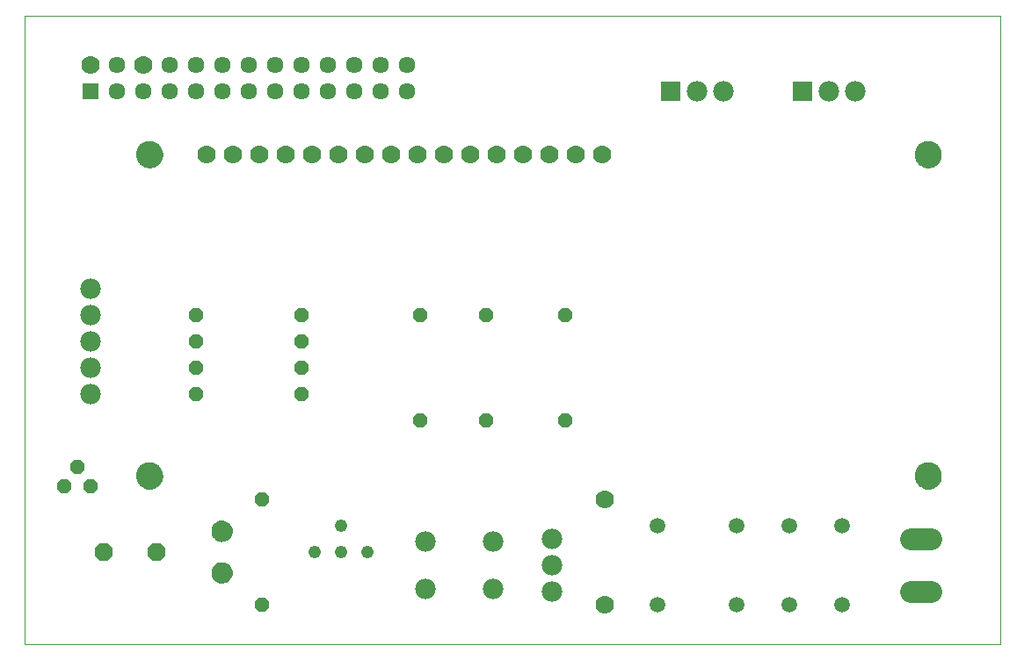
<source format=gbs>
G75*
G70*
%OFA0B0*%
%FSLAX24Y24*%
%IPPOS*%
%LPD*%
%AMOC8*
5,1,8,0,0,1.08239X$1,22.5*
%
%ADD10C,0.0000*%
%ADD11C,0.1024*%
%ADD12C,0.0700*%
%ADD13OC8,0.0560*%
%ADD14C,0.0820*%
%ADD15R,0.0634X0.0634*%
%ADD16C,0.0634*%
%ADD17C,0.0050*%
%ADD18C,0.0780*%
%ADD19C,0.0594*%
%ADD20C,0.0480*%
%ADD21OC8,0.0670*%
%ADD22R,0.0780X0.0780*%
D10*
X004465Y000625D02*
X004465Y024495D01*
X041457Y024495D01*
X041457Y000625D01*
X004465Y000625D01*
X008709Y007023D02*
X008711Y007067D01*
X008717Y007111D01*
X008727Y007154D01*
X008740Y007196D01*
X008758Y007236D01*
X008779Y007275D01*
X008803Y007312D01*
X008830Y007347D01*
X008861Y007379D01*
X008894Y007408D01*
X008930Y007434D01*
X008968Y007456D01*
X009008Y007475D01*
X009049Y007491D01*
X009092Y007503D01*
X009135Y007511D01*
X009179Y007515D01*
X009223Y007515D01*
X009267Y007511D01*
X009310Y007503D01*
X009353Y007491D01*
X009394Y007475D01*
X009434Y007456D01*
X009472Y007434D01*
X009508Y007408D01*
X009541Y007379D01*
X009572Y007347D01*
X009599Y007312D01*
X009623Y007275D01*
X009644Y007236D01*
X009662Y007196D01*
X009675Y007154D01*
X009685Y007111D01*
X009691Y007067D01*
X009693Y007023D01*
X009691Y006979D01*
X009685Y006935D01*
X009675Y006892D01*
X009662Y006850D01*
X009644Y006810D01*
X009623Y006771D01*
X009599Y006734D01*
X009572Y006699D01*
X009541Y006667D01*
X009508Y006638D01*
X009472Y006612D01*
X009434Y006590D01*
X009394Y006571D01*
X009353Y006555D01*
X009310Y006543D01*
X009267Y006535D01*
X009223Y006531D01*
X009179Y006531D01*
X009135Y006535D01*
X009092Y006543D01*
X009049Y006555D01*
X009008Y006571D01*
X008968Y006590D01*
X008930Y006612D01*
X008894Y006638D01*
X008861Y006667D01*
X008830Y006699D01*
X008803Y006734D01*
X008779Y006771D01*
X008758Y006810D01*
X008740Y006850D01*
X008727Y006892D01*
X008717Y006935D01*
X008711Y006979D01*
X008709Y007023D01*
X008709Y019227D02*
X008711Y019271D01*
X008717Y019315D01*
X008727Y019358D01*
X008740Y019400D01*
X008758Y019440D01*
X008779Y019479D01*
X008803Y019516D01*
X008830Y019551D01*
X008861Y019583D01*
X008894Y019612D01*
X008930Y019638D01*
X008968Y019660D01*
X009008Y019679D01*
X009049Y019695D01*
X009092Y019707D01*
X009135Y019715D01*
X009179Y019719D01*
X009223Y019719D01*
X009267Y019715D01*
X009310Y019707D01*
X009353Y019695D01*
X009394Y019679D01*
X009434Y019660D01*
X009472Y019638D01*
X009508Y019612D01*
X009541Y019583D01*
X009572Y019551D01*
X009599Y019516D01*
X009623Y019479D01*
X009644Y019440D01*
X009662Y019400D01*
X009675Y019358D01*
X009685Y019315D01*
X009691Y019271D01*
X009693Y019227D01*
X009691Y019183D01*
X009685Y019139D01*
X009675Y019096D01*
X009662Y019054D01*
X009644Y019014D01*
X009623Y018975D01*
X009599Y018938D01*
X009572Y018903D01*
X009541Y018871D01*
X009508Y018842D01*
X009472Y018816D01*
X009434Y018794D01*
X009394Y018775D01*
X009353Y018759D01*
X009310Y018747D01*
X009267Y018739D01*
X009223Y018735D01*
X009179Y018735D01*
X009135Y018739D01*
X009092Y018747D01*
X009049Y018759D01*
X009008Y018775D01*
X008968Y018794D01*
X008930Y018816D01*
X008894Y018842D01*
X008861Y018871D01*
X008830Y018903D01*
X008803Y018938D01*
X008779Y018975D01*
X008758Y019014D01*
X008740Y019054D01*
X008727Y019096D01*
X008717Y019139D01*
X008711Y019183D01*
X008709Y019227D01*
X038237Y019227D02*
X038239Y019271D01*
X038245Y019315D01*
X038255Y019358D01*
X038268Y019400D01*
X038286Y019440D01*
X038307Y019479D01*
X038331Y019516D01*
X038358Y019551D01*
X038389Y019583D01*
X038422Y019612D01*
X038458Y019638D01*
X038496Y019660D01*
X038536Y019679D01*
X038577Y019695D01*
X038620Y019707D01*
X038663Y019715D01*
X038707Y019719D01*
X038751Y019719D01*
X038795Y019715D01*
X038838Y019707D01*
X038881Y019695D01*
X038922Y019679D01*
X038962Y019660D01*
X039000Y019638D01*
X039036Y019612D01*
X039069Y019583D01*
X039100Y019551D01*
X039127Y019516D01*
X039151Y019479D01*
X039172Y019440D01*
X039190Y019400D01*
X039203Y019358D01*
X039213Y019315D01*
X039219Y019271D01*
X039221Y019227D01*
X039219Y019183D01*
X039213Y019139D01*
X039203Y019096D01*
X039190Y019054D01*
X039172Y019014D01*
X039151Y018975D01*
X039127Y018938D01*
X039100Y018903D01*
X039069Y018871D01*
X039036Y018842D01*
X039000Y018816D01*
X038962Y018794D01*
X038922Y018775D01*
X038881Y018759D01*
X038838Y018747D01*
X038795Y018739D01*
X038751Y018735D01*
X038707Y018735D01*
X038663Y018739D01*
X038620Y018747D01*
X038577Y018759D01*
X038536Y018775D01*
X038496Y018794D01*
X038458Y018816D01*
X038422Y018842D01*
X038389Y018871D01*
X038358Y018903D01*
X038331Y018938D01*
X038307Y018975D01*
X038286Y019014D01*
X038268Y019054D01*
X038255Y019096D01*
X038245Y019139D01*
X038239Y019183D01*
X038237Y019227D01*
X038237Y007023D02*
X038239Y007067D01*
X038245Y007111D01*
X038255Y007154D01*
X038268Y007196D01*
X038286Y007236D01*
X038307Y007275D01*
X038331Y007312D01*
X038358Y007347D01*
X038389Y007379D01*
X038422Y007408D01*
X038458Y007434D01*
X038496Y007456D01*
X038536Y007475D01*
X038577Y007491D01*
X038620Y007503D01*
X038663Y007511D01*
X038707Y007515D01*
X038751Y007515D01*
X038795Y007511D01*
X038838Y007503D01*
X038881Y007491D01*
X038922Y007475D01*
X038962Y007456D01*
X039000Y007434D01*
X039036Y007408D01*
X039069Y007379D01*
X039100Y007347D01*
X039127Y007312D01*
X039151Y007275D01*
X039172Y007236D01*
X039190Y007196D01*
X039203Y007154D01*
X039213Y007111D01*
X039219Y007067D01*
X039221Y007023D01*
X039219Y006979D01*
X039213Y006935D01*
X039203Y006892D01*
X039190Y006850D01*
X039172Y006810D01*
X039151Y006771D01*
X039127Y006734D01*
X039100Y006699D01*
X039069Y006667D01*
X039036Y006638D01*
X039000Y006612D01*
X038962Y006590D01*
X038922Y006571D01*
X038881Y006555D01*
X038838Y006543D01*
X038795Y006535D01*
X038751Y006531D01*
X038707Y006531D01*
X038663Y006535D01*
X038620Y006543D01*
X038577Y006555D01*
X038536Y006571D01*
X038496Y006590D01*
X038458Y006612D01*
X038422Y006638D01*
X038389Y006667D01*
X038358Y006699D01*
X038331Y006734D01*
X038307Y006771D01*
X038286Y006810D01*
X038268Y006850D01*
X038255Y006892D01*
X038245Y006935D01*
X038239Y006979D01*
X038237Y007023D01*
D11*
X038729Y007023D03*
X038729Y019227D03*
X009201Y019227D03*
X009201Y007023D03*
D12*
X026465Y006125D03*
X026465Y002125D03*
X026366Y019227D03*
X025366Y019227D03*
X024366Y019227D03*
X023366Y019227D03*
X022366Y019227D03*
X021366Y019227D03*
X020366Y019227D03*
X019366Y019227D03*
X018366Y019227D03*
X017366Y019227D03*
X016366Y019227D03*
X015366Y019227D03*
X014366Y019227D03*
X013366Y019227D03*
X012366Y019227D03*
X011366Y019227D03*
X008965Y022625D03*
X006965Y022625D03*
D13*
X010965Y013125D03*
X010965Y012125D03*
X010965Y011125D03*
X010965Y010125D03*
X014965Y010125D03*
X014965Y011125D03*
X014965Y012125D03*
X014965Y013125D03*
X019465Y013125D03*
X021965Y013125D03*
X024965Y013125D03*
X024965Y009125D03*
X021965Y009125D03*
X019465Y009125D03*
X013465Y006125D03*
X013465Y002125D03*
X006965Y006625D03*
X005965Y006625D03*
X006465Y007375D03*
D14*
X038075Y004615D02*
X038855Y004615D01*
X038855Y002635D02*
X038075Y002635D01*
D15*
X006965Y021625D03*
D16*
X007965Y021625D03*
X008965Y021625D03*
X009965Y021625D03*
X010965Y021625D03*
X011965Y021625D03*
X012965Y021625D03*
X013965Y021625D03*
X014965Y021625D03*
X015965Y021625D03*
X016965Y021625D03*
X017965Y021625D03*
X018965Y021625D03*
X018965Y022625D03*
X017965Y022625D03*
X016965Y022625D03*
X015965Y022625D03*
X014965Y022625D03*
X013965Y022625D03*
X012965Y022625D03*
X011965Y022625D03*
X010965Y022625D03*
X009965Y022625D03*
X007965Y022625D03*
D17*
X011884Y005282D02*
X011956Y005290D01*
X012022Y005285D01*
X012086Y005269D01*
X012146Y005241D01*
X012201Y005204D01*
X012248Y005158D01*
X012287Y005104D01*
X012316Y005044D01*
X012333Y004981D01*
X012340Y004915D01*
X012333Y004849D01*
X012315Y004785D01*
X012286Y004726D01*
X012248Y004672D01*
X012200Y004626D01*
X012145Y004589D01*
X012085Y004562D01*
X012021Y004546D01*
X011955Y004541D01*
X011883Y004549D01*
X011814Y004570D01*
X011751Y004605D01*
X011695Y004652D01*
X011650Y004708D01*
X011616Y004772D01*
X011596Y004842D01*
X011590Y004914D01*
X011596Y004986D01*
X011616Y005056D01*
X011650Y005121D01*
X011695Y005178D01*
X011751Y005225D01*
X011814Y005260D01*
X011884Y005282D01*
X011913Y005285D02*
X012020Y005285D01*
X012153Y005236D02*
X011772Y005236D01*
X011707Y005188D02*
X012217Y005188D01*
X012261Y005139D02*
X011664Y005139D01*
X011634Y005091D02*
X012293Y005091D01*
X012316Y005042D02*
X011612Y005042D01*
X011598Y004994D02*
X012330Y004994D01*
X012337Y004945D02*
X011593Y004945D01*
X011591Y004897D02*
X012338Y004897D01*
X012333Y004848D02*
X011596Y004848D01*
X011608Y004800D02*
X012319Y004800D01*
X012299Y004751D02*
X011628Y004751D01*
X011654Y004703D02*
X012269Y004703D01*
X012229Y004654D02*
X011693Y004654D01*
X011750Y004605D02*
X012170Y004605D01*
X012065Y004557D02*
X011857Y004557D01*
X011956Y003710D02*
X012022Y003705D01*
X012086Y003689D01*
X012146Y003661D01*
X012201Y003624D01*
X012248Y003578D01*
X012287Y003524D01*
X012316Y003464D01*
X012333Y003401D01*
X012340Y003335D01*
X012333Y003269D01*
X012315Y003205D01*
X012286Y003146D01*
X012248Y003092D01*
X012200Y003046D01*
X012145Y003009D01*
X012085Y002982D01*
X012021Y002966D01*
X011955Y002961D01*
X011883Y002969D01*
X011814Y002990D01*
X011751Y003025D01*
X011695Y003072D01*
X011650Y003128D01*
X011616Y003192D01*
X011596Y003262D01*
X011590Y003334D01*
X011596Y003406D01*
X011616Y003476D01*
X011650Y003541D01*
X011695Y003598D01*
X011751Y003645D01*
X011814Y003680D01*
X011884Y003702D01*
X011956Y003710D01*
X011825Y003683D02*
X012098Y003683D01*
X012185Y003635D02*
X011739Y003635D01*
X011686Y003586D02*
X012240Y003586D01*
X012277Y003537D02*
X011648Y003537D01*
X011623Y003489D02*
X012304Y003489D01*
X012322Y003440D02*
X011606Y003440D01*
X011595Y003392D02*
X012334Y003392D01*
X012339Y003343D02*
X011591Y003343D01*
X011593Y003295D02*
X012336Y003295D01*
X012327Y003246D02*
X011601Y003246D01*
X011615Y003198D02*
X012311Y003198D01*
X012288Y003149D02*
X011639Y003149D01*
X011672Y003101D02*
X012254Y003101D01*
X012206Y003052D02*
X011719Y003052D01*
X011790Y003004D02*
X012133Y003004D01*
D18*
X019685Y002735D03*
X022245Y002735D03*
X024465Y002625D03*
X024465Y003625D03*
X024465Y004625D03*
X022245Y004515D03*
X019685Y004515D03*
X006965Y010125D03*
X006965Y011125D03*
X006965Y012125D03*
X006965Y013125D03*
X006965Y014125D03*
X029965Y021625D03*
X030965Y021625D03*
X034965Y021625D03*
X035965Y021625D03*
D19*
X035465Y005125D03*
X033465Y005125D03*
X031465Y005125D03*
X028465Y005125D03*
X028465Y002125D03*
X031465Y002125D03*
X033465Y002125D03*
X035465Y002125D03*
D20*
X017465Y004125D03*
X017465Y004125D03*
X016465Y004125D03*
X015465Y004125D03*
X015465Y004125D03*
X016465Y005125D03*
D21*
X009465Y004125D03*
X007465Y004125D03*
D22*
X028965Y021625D03*
X033965Y021625D03*
M02*

</source>
